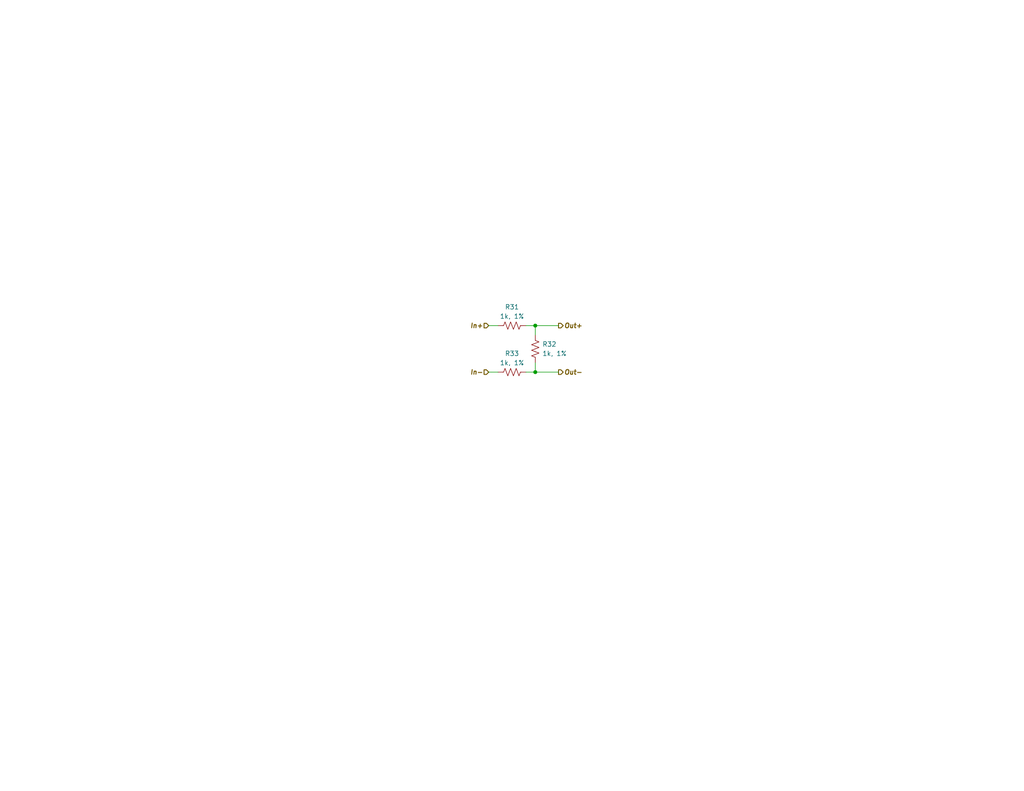
<source format=kicad_sch>
(kicad_sch (version 20230121) (generator eeschema)
  (paper "A")
  (title_block (title "ECE4760 Motor Driver") (date "2023-10-30") (rev "0") (company "Cornell High Energy Synchrotron Source") (comment 1 "Encoder Input Filtering") (comment 3 "S. Bywater") (comment 4 "S. Bywater"))
  (lib_symbols
    (symbol "Device:R_US" (pin_numbers hide) (pin_names (offset 0))
      (property "Reference" "R" (at 2.54 0 90))
      (property "Value" "R_US" (at -2.54 0 90))
      (symbol "R_US_0_1"
        (polyline (pts (xy 0 -2.286) (xy 0 -2.54)))
        (polyline (pts (xy 0 2.286) (xy 0 2.54)))
        (polyline (pts (xy 0 -0.762) (xy 1.016 -1.143) (xy 0 -1.524) (xy -1.016 -1.905) (xy 0 -2.286)))
        (polyline (pts (xy 0 0.762) (xy 1.016 0.381) (xy 0 0) (xy -1.016 -0.381) (xy 0 -0.762)))
        (polyline (pts (xy 0 2.286) (xy 1.016 1.905) (xy 0 1.524) (xy -1.016 1.143) (xy 0 0.762)))
      )
      (symbol "R_US_1_1"
        (pin passive line (at 0 3.81 270) (length 1.27) (name "~") (number "1"))
        (pin passive line (at 0 -3.81 90) (length 1.27) (name "~") (number "2"))
      )
    )
  )
  (junction (at 146.05 101.6))
  (junction (at 146.05 88.9))
  (wire (pts (xy 133.35 88.9) (xy 135.89 88.9)))
  (wire (pts (xy 146.05 88.9) (xy 152.4 88.9)))
  (wire (pts (xy 133.35 101.6) (xy 135.89 101.6)))
  (wire (pts (xy 146.05 91.44) (xy 146.05 88.9)))
  (wire (pts (xy 143.51 101.6) (xy 146.05 101.6)))
  (wire (pts (xy 146.05 101.6) (xy 152.4 101.6)))
  (wire (pts (xy 146.05 99.06) (xy 146.05 101.6)))
  (wire (pts (xy 143.51 88.9) (xy 146.05 88.9)))
  (hierarchical_label "Out+" (shape output) (at 152.4 88.9 0) (effects (font bold italic)))
  (hierarchical_label "In+" (shape input) (at 133.35 88.9 180) (effects (font bold italic)))
  (hierarchical_label "In-" (shape input) (at 133.35 101.6 180) (effects (font bold italic)))
  (hierarchical_label "Out-" (shape output) (at 152.4 101.6 0) (effects (font bold italic)))
  (symbol (lib_id "Device:R_US") (at 139.7 101.6 90) (unit 1)
    (property "Reference" "R33" (at 139.7 96.52 90))
    (property "Value" "1k, 1%" (at 139.7 99.06 90))
    (property "Footprint" "Resistor_SMD:R_0402_1005Metric" (effects hide))
    (property "DigiKey" "311-1.00KLRCT-ND" (effects hide))
    (property "LCSC" "C2935237" (effects hide))
    (instances (project "ECE4760 Motor Driver" (path "" (reference "R33") (unit 1)) (path "" (reference "R36") (unit 1)) (path "" (reference "R39") (unit 1)) (path "" (reference "R42") (unit 1)) (path "" (reference "R45") (unit 1))))
  )
  (symbol (lib_id "Device:R_US") (at 146.05 95.25 180) (unit 1)
    (property "Reference" "R32" (at 147.955 93.98 0) (effects (justify right)))
    (property "Value" "1k, 1%" (at 147.955 96.52 0) (effects (justify right)))
    (property "Footprint" "Resistor_SMD:R_0402_1005Metric" (effects hide))
    (property "DigiKey" "311-1.00KLRCT-ND" (effects hide))
    (property "LCSC" "C2935237" (effects hide))
    (instances (project "ECE4760 Motor Driver" (path "" (reference "R32") (unit 1)) (path "" (reference "R35") (unit 1)) (path "" (reference "R38") (unit 1)) (path "" (reference "R41") (unit 1)) (path "" (reference "R44") (unit 1))))
  )
  (symbol (lib_id "Device:R_US") (at 139.7 88.9 90) (unit 1)
    (property "Reference" "R31" (at 139.7 83.82 90))
    (property "Value" "1k, 1%" (at 139.7 86.36 90))
    (property "Footprint" "Resistor_SMD:R_0402_1005Metric" (effects hide))
    (property "DigiKey" "311-1.00KLRCT-ND" (effects hide))
    (property "LCSC" "C2935237" (effects hide))
    (instances (project "ECE4760 Motor Driver" (path "" (reference "R31") (unit 1)) (path "" (reference "R34") (unit 1)) (path "" (reference "R37") (unit 1)) (path "" (reference "R40") (unit 1)) (path "" (reference "R43") (unit 1))))
  )
)
</source>
